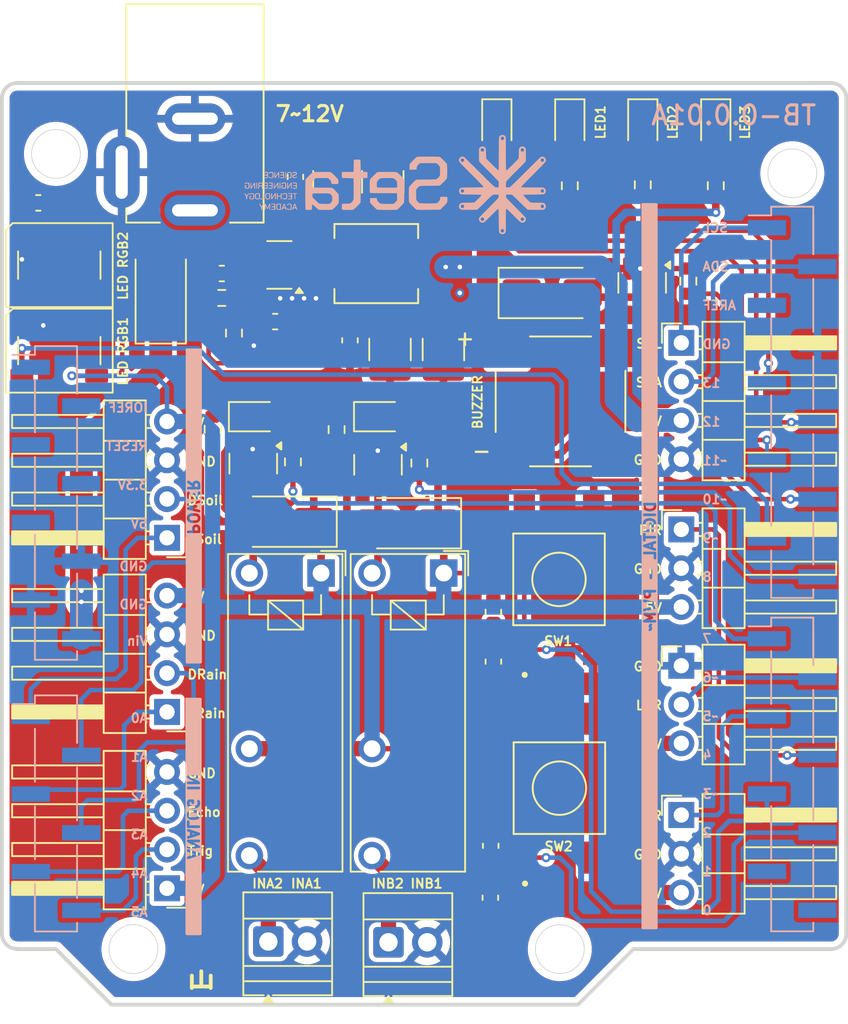
<source format=kicad_pcb>
(kicad_pcb (version 20241229) (generator "pcbnew") (generator_version "9.0")
  (layers (0 "F.Cu" signal) (2 "B.Cu" signal) (13 "F.Paste" user) (15 "B.Paste" user) (5 "F.SilkS" user "F.Silkscreen") (7 "B.SilkS" user "B.Silkscreen") (1 "F.Mask" user) (3 "B.Mask" user) (25 "Edge.Cuts" user))
  (net 0 "")
  (net 1 "GND")
  (net 2 "Net-(D5-A)")
  (net 3 "+5V")
  (net 4 "Net-(D4-A)")
  (net 5 "+12V")
  (net 6 "Net-(U2-SW)")
  (net 7 "Net-(U2-BOOT)")
  (net 8 "/BUTTON_1")
  (net 9 "/BUTTON_2")
  (net 10 "Net-(U2-FB)")
  (net 11 "Net-(D3-K)")
  (net 12 "Net-(D6-K)")
  (net 13 "Net-(D7-K)")
  (net 14 "Net-(D8-A)")
  (net 15 "Net-(D9-A)")
  (net 16 "/LED_PIXEL")
  (net 17 "Net-(D10-DOUT)")
  (net 18 "Net-(D11-A)")
  (net 19 "Net-(D12-A)")
  (net 20 "Net-(D13-A)")
  (net 22 "/LED2")
  (net 23 "/BUZZER")
  (net 24 "/CtrlRelay2")
  (net 25 "/CtrlRelay1")
  (net 26 "/LED3")
  (net 27 "/SCL")
  (net 28 "/SDA")
  (net 29 "/LED1")
  (net 30 "/AREF")
  (net 31 "/OUTIR")
  (net 33 "/OUTLDR")
  (net 35 "/OUTPIR_SR501")
  (net 36 "/IOREF")
  (net 37 "/RESET")
  (net 38 "/~5V")
  (net 40 "/~3.3V")
  (net 41 "/Asoil")
  (net 42 "/Echo")
  (net 43 "/Drain")
  (net 44 "/Dsoil")
  (net 45 "/Arain")
  (net 46 "/Trig")
  (net 47 "VoutRelay1")
  (net 48 "VoutRelay2")
  (net 49 "Net-(Q1-B)")
  (net 50 "Net-(Q2-B)")
  (net 51 "Net-(Q3-B)")
  (footprint "Resistor_SMD:R_0603_1608Metric" (layer "F.Cu") (at 134.275 79.1 -90)
    (property "Reference" "R12" (hide yes))
    (property "Value" "13.7K")
  )
  (footprint "Connector_PinHeader_2.54mm:PinHeader_1x04_P2.54mm_Horizontal" (layer "F.Cu") (at 129.885 115.46 180)
    (property "Reference" "J14" (hide yes))
    (property "Value" "Conn_01x04_Pin")
  )
  (footprint "Capacitor_SMD:C_1210_3225Metric" (layer "F.Cu") (at 140.825 69.2 90)
    (property "Reference" "C5" (hide yes))
    (property "Value" "C" (hide yes))
  )
  (footprint "IHLP2020CZER4R7M01:INDM5451X300N" (layer "F.Cu") (at 143.6 74.55)
    (property "Reference" "L1" (hide yes))
    (property "Value" "IHLP2020CZER4R7M01")
  )
  (footprint "Connector_PinHeader_2.54mm:PinHeader_1x03_P2.54mm_Horizontal" (layer "F.Cu") (at 163.59 91.96)
    (property "Reference" "J9" (hide yes))
    (property "Value" "Conn_01x03_Pin")
  )
  (footprint "Capacitor_SMD:C_1210_3225Metric" (layer "F.Cu") (at 148 80.175 -90)
    (property "Reference" "C16" (hide yes))
    (property "Value" "C")
  )
  (footprint "FSM4JSMATR:SW_4-1437565-2" (layer "F.Cu") (at 155.575 95.229933 90)
    (property "Reference" "SW1" (hide yes))
    (property "Value" "4-1437565-2")
  )
  (footprint "LED_SMD:LED_WS2812B_PLCC4_5.0x5.0mm_P3.2mm" (layer "F.Cu") (at 122.825 80.25 180)
    (property "Reference" "D10" (hide yes))
    (property "Value" "WS2812B")
  )
  (footprint "Capacitor_SMD:C_0603_1608Metric_Pad1.08x0.95mm_HandSolder" (layer "F.Cu") (at 136.975 78.35)
    (property "Reference" "C8" (hide yes))
    (property "Value" "100nF")
  )
  (footprint "Relay_THT:Relay_SPST_Omron_G5NB" (layer "F.Cu") (at 139.9825 94.8175 -90)
    (property "Reference" "K2" (hide yes))
    (property "Value" "G5NB")
  )
  (footprint "Capacitor_SMD:C_0603_1608Metric_Pad1.08x0.95mm_HandSolder" (layer "F.Cu") (at 133.475 75.2)
    (property "Reference" "C14" (hide yes))
    (property "Value" "68pF")
  )
  (footprint "LED_SMD:LED_WS2812B_PLCC4_5.0x5.0mm_P3.2mm" (layer "F.Cu") (at 122.825 74.65 180)
    (property "Reference" "D14" (hide yes))
    (property "Value" "WS2812B")
  )
  (footprint "Capacitor_SMD:C_0603_1608Metric_Pad1.08x0.95mm_HandSolder" (layer "F.Cu") (at 141.875 79.575 -90)
    (property "Reference" "C17" (hide yes))
    (property "Value" "100nF")
  )
  (footprint "Resistor_SMD:R_0603_1608Metric" (layer "F.Cu") (at 161.066667 69.3925 90)
    (property "Reference" "R9" (hide yes))
    (property "Value" "220R")
  )
  (footprint "Capacitor_SMD:C_0603_1608Metric_Pad1.08x0.95mm_HandSolder" (layer "F.Cu") (at 151.275 100.6125 -90)
    (property "Reference" "C9" (hide yes))
    (property "Value" "100nF")
  )
  (footprint "Capacitor_SMD:C_1210_3225Metric" (layer "F.Cu") (at 144.025 69.1975 90)
    (property "Reference" "C13" (hide yes))
    (property "Value" "C")
  )
  (footprint "Package_TO_SOT_SMD:SOT-23" (layer "F.Cu") (at 143.7125 87.725 -90)
    (property "Reference" "Q1" (hide yes))
    (property "Value" "SS8050")
  )
  (footprint "Connector_PinHeader_2.54mm:PinHeader_1x03_P2.54mm_Horizontal" (layer "F.Cu") (at 163.59 100.885)
    (property "Reference" "J8" (hide yes))
    (property "Value" "Conn_01x03_Pin")
  )
  (footprint "TerminalBlock:TerminalBlock_Xinya_XY308-2.54-2P_1x02_P2.54mm_Horizontal" (layer "F.Cu") (at 144.4 118.9925)
    (property "Reference" "J5" (hide yes))
    (property "Value" "Screw_Terminal_01x02")
  )
  (footprint "Resistor_SMD:R_0603_1608Metric" (layer "F.Cu") (at 132.875 85.4 -90)
    (property "Reference" "R5" (hide yes))
    (property "Value" "1K")
  )
  (footprint "Capacitor_SMD:C_0603_1608Metric_Pad1.08x0.95mm_HandSolder" (layer "F.Cu") (at 138.3 68.875 90)
    (property "Reference" "C6" (hide yes))
    (property "Value" "100nF")
  )
  (footprint "TerminalBlock:TerminalBlock_Xinya_XY308-2.54-2P_1x02_P2.54mm_Horizontal" (layer "F.Cu") (at 136.525 118.9425)
    (property "Reference" "J7" (hide yes))
    (property "Value" "Screw_Terminal_01x02")
  )
  (footprint "Diode_SMD:D_SMA" (layer "F.Cu") (at 145.65 91.55 180)
    (property "Reference" "D5" (hide yes))
    (property "Value" "SS34")
  )
  (footprint "Capacitor_SMD:C_0603_1608Metric" (layer "F.Cu") (at 151.1 112.675 -90)
    (property "Reference" "R23" (hide yes))
    (property "Value" "10K")
  )
  (footprint "LED_SMD:LED_0805_2012Metric" (layer "F.Cu") (at 156.283333 65.475 -90)
    (property "Reference" "D11" (hide yes))
    (property "Value" "LED GREEN")
  )
  (footprint "Package_TO_SOT_SMD:SOT-23-6" (layer "F.Cu") (at 137.25 74.6375 180)
    (property "Reference" "U2" (hide yes))
    (property "Value" "TPS54202DDC")
  )
  (footprint "Resistor_SMD:R_0603_1608Metric" (layer "F.Cu") (at 156.283333 69.455 90)
    (property "Reference" "R8" (hide yes))
    (property "Value" "220R")
  )
  (footprint "Package_TO_SOT_SMD:SOT-23" (layer "F.Cu") (at 161.025 75.8125 -90)
    (property "Reference" "Q3" (hide yes))
    (property "Value" "SS8050")
  )
  (footprint "Connector_PinHeader_2.54mm:PinHeader_1x04_P2.54mm_Horizontal" (layer "F.Cu") (at 163.59 79.74)
    (property "Reference" "J10" (hide yes))
    (property "Value" "Conn_01x04_Pin")
  )
  (footprint "Capacitor_SMD:C_0603_1608Metric_Pad1.08x0.95mm_HandSolder" (layer "F.Cu") (at 151.075 116.075 -90)
    (property "Reference" "C10" (hide yes))
    (property "Value" "100nF")
  )
  (footprint "LED_SMD:LED_0805_2012Metric" (layer "F.Cu") (at 161.066667 65.475 -90)
    (property "Reference" "D12" (hide yes))
    (property "Value" "LED YELLOW")
  )
  (footprint "LED_SMD:LED_0805_2012Metric" (layer "F.Cu") (at 135.625 84.575)
    (property "Reference" "D7" (hide yes))
    (property "Value" "LED RED")
  )
  (footprint "Resistor_SMD:R_0603_1608Metric" (layer "F.Cu") (at 151.5 69.5125 90)
    (property "Reference" "R10" (hide yes))
    (property "Value" "220R")
  )
  (footprint "Resistor_SMD:R_0603_1608Metric" (layer "F.Cu") (at 133.475 76.8)
    (property "Reference" "R11" (hide yes))
    (property "Value" "100K")
  )
  (footprint "Capacitor_SMD:C_0603_1608Metric" (layer "F.Cu") (at 151.275 97.35 -90)
    (property "Reference" "R22" (hide yes))
    (property "Value" "10K")
  )
  (footprint "Diode_SMD:D_SMA" (layer "F.Cu") (at 129.475 76.275 90)
    (property "Reference" "D3" (hide yes))
    (property "Value" "SS34")
  )
  (footprint "Connector_PinHeader_2.54mm:PinHeader_1x03_P2.54mm_Horizontal" (layer "F.Cu") (at 163.59 110.66)
    (property "Reference" "J11" (hide yes))
    (property "Value" "Conn_01x03_Pin")
  )
  (footprint "FSM4JSMATR:SW_4-1437565-2" (layer "F.Cu") (at 155.6 108.9 90)
    (property "Reference" "SW2" (hide yes))
    (property "Value" "4-1437565-2")
  )
  (footprint "LED_SMD:LED_0805_2012Metric" (layer "F.Cu") (at 143.825 84.575)
    (property "Reference" "D6" (hide yes))
    (property "Value" "LED RED")
  )
  (footprint "LED_SMD:LED_0805_2012Metric" (layer "F.Cu") (at 165.85 65.475 -90)
    (property "Reference" "D4" (hide yes))
    (property "Value" "LED GREEN")
  )
  (footprint "Diode_SMD:D_SMA" (layer "F.Cu") (at 137.5 91.45 180)
    (property "Reference" "D8" (hide yes))
    (property "Value" "SS34")
  )
  (footprint "Capacitor_SMD:C_1210_3225Metric" (layer "F.Cu") (at 144.5 80.175 -90)
    (property "Reference" "C15" (hide yes))
    (property "Value" "C")
  )
  (footprint "Resistor_SMD:R_0603_1608Metric" (layer "F.Cu") (at 138.1375 87.5375 90)
    (property "Reference" "R6" (hide yes))
    (property "Value" "470R")
  )
  (footprint "Diode_SMD:D_SMA" (layer "F.Cu") (at 155.125 76.475)
    (property "Reference" "D9" (hide yes))
    (property "Value" "SS34")
  )
  (footprint "Relay_THT:Relay_SPST_Omron_G5NB" (layer "F.Cu") (at 148.0225 94.8175 -90)
    (property "Reference" "K1" (hide yes))
    (property "Value" "G5NB")
  )
  (footprint "Connector_PinHeader_2.54mm:PinHeader_1x04_P2.54mm_Horizontal" (layer "F.Cu") (at 129.885 92.51 180)
    (property "Reference" "J12" (hide yes))
    (property "Value" "Conn_01x04_Pin")
  )
  (footprint "Resistor_SMD:R_0603_1608Metric" (layer "F.Cu") (at 146.4225 87.6125 90)
    (property "Reference" "R3" (hide yes))
    (property "Value" "470R")
  )
  (footprint "CMT-8530S-SMT:CUI_CMT-8530S-SMT" (layer "F.Cu") (at 155.675 83.575 180)
    (property "Reference" "LS1" (hide yes))
    (property "Value" "CMT-8530S-SMT")
  )
  (footprint "LED_SMD:LED_0805_2012Metric" (layer "F.Cu") (at 151.5 65.475 -90)
    (property "Reference" "D13" (hide yes))
    (property "Value" "LED RED")
  )
  (footprint "DC-005:NINIGI_DC-005" (layer "F.Cu") (at 131.715 68.565 -90)
    (property "Reference" "J6" (hide yes))
    (property "Value" "DC-005")
  )
  (footprint "Resistor_SMD:R_0603_1608Metric" (layer "F.Cu") (at 141 85.425 -90)
    (property "Reference" "R4" (hide yes))
    (property "Value" "1K")
  )
  (footprint "Capacitor_SMD:C_0603_1608Metric_Pad1.08x0.95mm_HandSolder" (layer "F.Cu") (at 121.45 70.575)
    (property "Reference" "C12" (hide yes))
    (property "Value" "100nF")
  )
  (footprint "Connector_PinHeader_2.54mm:PinHeader_1x04_P2.54mm_Horizontal" (layer "F.Cu") (at 129.885 103.91 180)
    (property "Reference" "J13" (hide yes))
    (property "Value" "Conn_01x04_Pin")
  )
  (footprint "Resistor_SMD:R_0603_1608Metric" (layer "F.Cu") (at 164.0525 75.7 90)
    (property "Reference" "R7" (hide yes))
    (property "Value" "470R")
  )
  (footprint "Package_TO_SOT_SMD:SOT-23" (layer "F.Cu") (at 135.5375 87.65 -90)
    (property "Reference" "Q2" (hide yes))
    (property "Value" "SS8050")
  )
  (footprint "Resistor_SMD:R_0603_1608Metric" (layer "F.Cu") (at 165.85 69.45 90)
    (property "Reference" "R2" (hide yes))
    (property "Value" "1K")
  )
  (footprint "LOGO:LOGO_trungtam" (layer "B.Cu") (at 144.825 69.375 180)
    (property "Reference" "G***" (hide yes))
    (property "Value" "LOGO" (hide yes))
  )
  (footprint "Connector_PinHeader_2.54mm:PinHeader_1x06_P2.54mm_Vertical_SMD_Pin1Right" (layer "B.Cu") (at 122.61 110.555 180)
    (property "Reference" "J4" (hide yes))
    (property "Value" "Analog")
  )
  (footprint "Connector_PinHeader_2.54mm:PinHeader_1x10_P2.54mm_Vertical_SMD_Pin1Right" (layer "B.Cu") (at 170.86 83.635 180)
    (property "Reference" "J1" (hide yes))
    (property "Value" "Digital")
  )
  (footprint "Connector_PinHeader_2.54mm:PinHeader_1x08_P2.54mm_Vertical_SMD_Pin1Right" (layer "B.Cu") (at 122.61 90.225 180)
    (property "Reference" "J3" (hide yes))
    (property "Value" "Power")
  )
  (footprint "Connector_PinHeader_2.54mm:PinHeader_1x08_P2.54mm_Vertical_SMD_Pin1Right" (layer "B.Cu") (at 170.86 108.005 180)
    (property "Reference" "J2" (hide yes))
    (property "Value" "Digital")
  )
  (gr_rect (start 161.08 70.69) (end 161.94 90.1) (stroke (width 0.2)) (fill yes) (layer "B.SilkS"))
  (gr_rect (start 131.21 80.21) (end 132.07 88.63) (stroke (width 0.2)) (fill yes) (layer "B.SilkS"))
  (gr_rect (start 161.08 98.74) (end 161.94 118.04) (stroke (width 0.2)) (fill yes) (layer "B.SilkS"))
  (gr_rect (start 131.21 92.3) (end 132.07 100.64) (stroke (width 0.2)) (fill yes) (layer "B.SilkS"))
  (gr_rect (start 131.195 103.08) (end 132.055 107.96) (stroke (width 0.2)) (fill yes) (layer "B.SilkS"))
  (gr_rect (start 131.195 113.66) (end 132.055 118.43) (stroke (width 0.2)) (fill yes) (layer "B.SilkS"))
  (gr_arc (start 174.406933 118.438499) (mid 174.11404 119.145606) (end 173.406933 119.438499) (stroke (width 0.254)) (layer "Edge.Cuts"))
  (gr_line (start 122.606933 119.438499) (end 126.246516 123.078082) (stroke (width 0.254)) (layer "Edge.Cuts"))
  (gr_arc (start 119.066933 63.725) (mid 119.359826 63.017893) (end 120.066933 62.725) (stroke (width 0.254)) (layer "Edge.Cuts"))
  (gr_line (start 160.452933 119.438499) (end 156.81335 123.078082) (stroke (width 0.254)) (layer "Edge.Cuts"))
  (gr_line (start 172.406933 62.725) (end 173.406933 62.725) (stroke (width 0.254)) (layer "Edge.Cuts"))
  (gr_line (start 172.406933 62.725) (end 120.066933 62.725) (stroke (width 0.254)) (layer "Edge.Cuts"))
  (gr_line (start 156.81335 123.078082) (end 126.246516 123.078082) (stroke (width 0.254)) (layer "Edge.Cuts"))
  (gr_line (start 174.406932 118.438499) (end 174.406933 63.725) (stroke (width 0.254)) (layer "Edge.Cuts"))
  (gr_line (start 119.066933 63.725) (end 119.066933 118.430501) (stroke (width 0.254)) (layer "Edge.Cuts"))
  (gr_arc (start 173.406933 62.725) (mid 174.11404 63.017893) (end 174.406933 63.725) (stroke (width 0.254)) (layer "Edge.Cuts"))
  (gr_arc (start 120.066933 119.430501) (mid 119.359828 119.137606) (end 119.066933 118.430501) (stroke (width 0.254)) (layer "Edge.Cuts"))
  (gr_circle (center 155.626933 119.438499) (end 155.626933 121.038499) (stroke (width 0.05)) (fill no) (layer "Edge.Cuts"))
  (gr_circle (center 127.686933 119.438499) (end 127.686933 121.038499) (stroke (width 0.05)) (fill no) (layer "Edge.Cuts"))
  (gr_circle (center 170.866933 68.638499) (end 170.866933 70.238499) (stroke (width 0.05)) (fill no) (layer "Edge.Cuts"))
  (gr_circle (center 122.606933 67.368499) (end 122.606933 68.968499) (stroke (width 0.05)) (fill no) (layer "Edge.Cuts"))
  (gr_line (start 173.398654 119.438499) (end 160.452933 119.438499) (stroke (width 0.254)) (layer "Edge.Cuts"))
  (gr_line (start 122.606933 119.438499) (end 120.066933 119.438499) (stroke (width 0.254)) (layer "Edge.Cuts"))
  (gr_text "INB2" (at 143.229643 115.5 0) (layer "F.SilkS") (effects (font (size 0.6 0.6) (thickness 0.125) (bold yes)) (justify left bottom)))
  (gr_text "GND" (at 160.398572 113.604625 0) (layer "F.SilkS") (effects (font (size 0.6 0.6) (thickness 0.125) (bold yes)) (justify left bottom)))
  (gr_text "5V" (at 161.141428 85.224625 0) (layer "F.SilkS") (effects (font (size 0.6 0.6) (thickness 0.125) (bold yes)) (justify left bottom)))
  (gr_text "ASoil" (at 131.16 92.95 0) (layer "F.SilkS") (effects (font (size 0.6 0.6) (thickness 0.125) (bold yes)) (justify left bottom)))
  (gr_text "5V\n" (at 161.141428 106.369625 0) (layer "F.SilkS") (effects (font (size 0.6 0.6) (thickness 0.125) (bold yes)) (justify left bottom)))
  (gr_text "INA2" (at 135.3975 115.5 0) (layer "F.SilkS") (effects (font (size 0.6 0.6) (thickness 0.125) (bold yes)) (justify left bottom)))
  (gr_text "INB1" (at 145.769643 115.5 0) (layer "F.SilkS") (effects (font (size 0.6 0.6) (thickness 0.125) (bold yes)) (justify left bottom)))
  (gr_text "BUZZER" (at 150.59 85.459643 90) (layer "F.SilkS") (effects (font (size 0.6 0.6) (thickness 0.125) (bold yes)) (justify left bottom)))
  (gr_text "PIR" (at 160.741429 92.364625 0) (layer "F.SilkS") (effects (font (size 0.6 0.6) (thickness 0.125) (bold yes)) (justify left bottom)))
  (gr_text "ARain" (at 131.16 104.35 0) (layer "F.SilkS") (effects (font (size 0.6 0.6) (thickness 0.125) (bold yes)) (justify left bottom)))
  (gr_text "DSoil" (at 131.16 90.41 0) (layer "F.SilkS") (effects (font (size 0.6 0.6) (thickness 0.125) (bold yes)) (justify left bottom)))
  (gr_text "LED1" (at 158.65 66.48 90) (layer "F.SilkS") (effects (font (size 0.6 0.6) (thickness 0.125) (bold yes)) (justify left bottom)))
  (gr_text "IR" (at 161.341429 111.064625 0) (layer "F.SilkS") (effects (font (size 0.6 0.6) (thickness 0.125) (bold yes)) (justify left bottom)))
  (gr_text "SDA" (at 160.541428 82.684625 0) (layer "F.SilkS") (effects (font (size 0.6 0.6) (thickness 0.125) (bold yes)) (justify left bottom)))
  (gr_text "5V" (at 131.16 85.33 0) (layer "F.SilkS") (effects (font (size 0.6 0.6) (thickness 0.125) (bold yes)) (justify left bottom)))
  (gr_text "GND" (at 131.16 108.28 0) (layer "F.SilkS") (effects (font (size 0.6 0.6) (thickness 0.125) (bold yes)) (justify left bottom)))
  (gr_text "GND" (at 131.16 99.27 0) (layer "F.SilkS") (effects (font (size 0.6 0.6) (thickness 0.125) (bold yes)) (justify left bottom)))
  (gr_text "5V" (at 161.141428 97.444625 0) (layer "F.SilkS") (effects (font (size 0.6 0.6) (thickness 0.125) (bold yes)) (justify left bottom)))
  (gr_text "GND" (at 160.398572 101.289625 0) (layer "F.SilkS") (effects (font (size 0.6 0.6) (thickness 0.125) (bold yes)) (justify left bottom)))
  (gr_text "LED3" (at 168.12 66.48 90) (layer "F.SilkS") (effects (font (size 0.6 0.6) (thickness 0.125) (bold yes)) (justify left bottom)))
  (gr_text "山" (at 133.01 122.12 0) (layer "F.SilkS") (effects (font (size 1 1) (thickness 0.25) (bold yes)) (justify left bottom mirror)))
  (gr_text "SCL" (at 160.57 80.144625 0) (layer "F.SilkS") (effects (font (size 0.6 0.6) (thickness 0.125) (bold yes)) (justify left bottom)))
  (gr_text "GND" (at 160.398572 94.904625 0) (layer "F.SilkS") (effects (font (size 0.6 0.6) (thickness 0.125) (bold yes)) (justify left bottom)))
  (gr_text "GND" (at 160.398572 87.764625 0) (layer "F.SilkS") (effects (font (size 0.6 0.6) (thickness 0.125) (bold yes)) (justify left bottom)))
  (gr_text "LDR" (at 160.541429 103.829625 0) (layer "F.SilkS") (effects (font (size 0.6 0.6) (thickness 0.125) (bold yes)) (justify left bottom)))
  (gr_text "SW1" (at 154.533214 99.62 0) (layer "F.SilkS") (effects (font (size 0.6 0.6) (thickness 0.125) (bold yes)) (justify left bottom)))
  (gr_text "Trig" (at 131.16 113.36 0) (layer "F.SilkS") (effects (font (size 0.6 0.6) (thickness 0.125) (bold yes)) (justify left bottom)))
  (gr_text "GND" (at 131.16 87.87 0) (layer "F.SilkS") (effects (font (size 0.6 0.6) (thickness 0.125) (bold yes)) (justify left bottom)))
  (gr_text "LED2" (at 163.385 66.48 90) (layer "F.SilkS") (effects (font (size 0.6 0.6) (thickness 0.125) (bold yes)) (justify left bottom)))
  (gr_text "INA1" (at 137.9375 115.5 0) (layer "F.SilkS") (effects (font (size 0.6 0.6) (thickness 0.125) (bold yes)) (justify left bottom)))
  (gr_text "Echo" (at 131.16 110.82 0) (layer "F.SilkS") (effects (font (size 0.6 0.6) (thickness 0.125) (bold yes)) (justify left bottom)))
  (gr_text "SW2" (at 154.558214 113.07 0) (layer "F.SilkS") (effects (font (size 0.6 0.6) (thickness 0.125) (bold yes)) (justify left bottom)))
  (gr_text "LED RGB1" (at 127.35 82.606072 90) (layer "F.SilkS") (effects (font (size 0.6 0.6) (thickness 0.125) (bold yes)) (justify left bottom)))
  (gr_text "5V" (at 131.16 115.9 0) (layer "F.SilkS") (effects (font (size 0.6 0.6) (thickness 0.125) (bold yes)) (justify left bottom)))
  (gr_text "5V" (at 161.141428 116.144625 0) (layer "F.SilkS") (effects (font (size 0.6 0.6) (thickness 0.125) (bold yes)) (justify left bottom)))
  (gr_text "5V\n" (at 131.16 96.73 0) (layer "F.SilkS") (effects (font (size 0.6 0.6) (thickness 0.125) (bold yes)) (justify left bottom)))
  (gr_text "7~12V\n" (at 136.89 65.33 0) (layer "F.SilkS") (effects (font (size 1 1) (thickness 0.2)) (justify left bottom)))
  (gr_text "LED RGB2" (at 127.35 77.006072 90) (layer "F.SilkS") (effects (font (size 0.6 0.6) (thickness 0.125) (bold yes)) (justify left bottom)))
  (gr_text "DRain" (at 131.16 101.81 0) (layer "F.SilkS") (effects (font (size 0.6 0.6) (thickness 0.125) (bold yes)) (justify left bottom)))
  (gr_text "POWER" (at 131.19 92.400833 270) (layer "B.SilkS" knockout) (effects (font (size 0.7 0.7) (thickness 0.175) (bold yes)) (justify left bottom mirror)))
  (gr_text "SCL\n" (at 166.731428 72.56 -0) (layer "B.SilkS") (effects (font (size 0.6 0.6) (thickness 0.125) (bold yes)) (justify left bottom mirror)))
  (gr_text "RESET" (at 128.69 86.845 0) (layer "B.SilkS") (effects (font (size 0.6 0.6) (thickness 0.125) (bold yes)) (justify left bottom mirror)))
  (gr_text "3.3V" (at 128.69 89.405 0) (layer "B.SilkS") (effects (font (size 0.6 0.6) (thickness 0.125) (bold yes)) (justify left bottom mirror)))
  (gr_text "A4" (at 128.69 114.824625 0) (layer "B.SilkS") (effects (font (size 0.6 0.6) (thickness 0.125) (bold yes)) (justify left bottom mirror)))
  (gr_text "Vin" (at 128.69 99.615 0) (layer "B.SilkS") (effects (font (size 0.6 0.6) (thickness 0.125) (bold yes)) (justify left bottom mirror)))
  (gr_text "2" (at 165.645714 112.17 -0) (layer "B.SilkS") (effects (font (size 0.6 0.6) (thickness 0.125) (bold yes)) (justify left bottom mirror)))
  (gr_text "~5" (at 166.074285 104.55 -0) (layer "B.SilkS") (effects (font (size 0.6 0.6) (thickness 0.125) (bold yes)) (justify left bottom mirror)))
  (gr_text "A5" (at 128.69 117.364625 0) (layer "B.SilkS") (effects (font (size 0.6 0.6) (thickness 0.125) (bold yes)) (justify left bottom mirror)))
  (gr_text "8" (at 165.645714 95.42 -0) (layer "B.SilkS") (effects (font (size 0.6 0.6) (thickness 0.125) (bold yes)) (justify left bottom mirror)))
  (gr_text "IOREF " (at 128.69 84.334625 0) (layer "B.SilkS") (effects (font (size 0.6 0.6) (thickness 0.125) (bold yes)) (justify left bottom mirror)))
  (gr_text "DIGITAL - PWM~" (at 161.958572 90.02 90) (layer "B.SilkS" knockout) (effects (font (size 0.7 0.7) (thickness 0.175) (bold yes)) (justify left bottom mirror)))
  (gr_text "~9" (at 166.074285 92.88 -0) (layer "B.SilkS") (effects (font (size 0.6 0.6) (thickness 0.125) (bold yes)) (justify left bottom mirror)))
  (gr_text "GND" (at 128.69 97.225 0) (layer "B.SilkS") (effects (font (size 0.6 0.6) (thickness 0.125) (bold yes)) (justify left bottom mirror)))
  (gr_text "A3" (at 128.69 112.284625 0) (layer "B.SilkS") (effects (font (size 0.6 0.6) (thickness 0.125) (bold yes)) (justify left bottom mirror)))
  (gr_text "13" (at 166.217143 82.72 -0) (layer "B.SilkS") (effects (font (size 0.6 0.6) (thickness 0.125) (bold yes)) (justify left bottom mirror)))
  (gr_text "~6" (at 166.074285 102.01 -0) (layer "B.SilkS") (effects (font (size 0.6 0.6) (thickness 0.125) (bold yes)) (justify left bottom mirror)))
  (gr_text "GND" (at 166.902856 80.18 -0) (layer "B.SilkS") (effects (font (size 0.6 0.6) (thickness 0.125) (bold yes)) (justify left bottom mirror)))
  (gr_text "AREF" (at 167.245714 77.64 -0) (layer "B.SilkS") (effects (font (size 0.6 0.6) (thickness 0.125) (bold yes)) (justify left bottom mirror)))
  (gr_text "~10" (at 166.645714 90.34 -0) (layer "B.SilkS") (effects (font (size 0.6 0.6) (thickness 0.125) (bold yes)) (justify left bottom mirror)))
  (gr_text "GND" (at 128.69 94.725 0) (layer "B.SilkS") (effects (font (size 0.6 0.6) (thickness 0.125) (bold yes)) (justify left bottom mirror)))
  (gr_text "A0" (at 128.69 104.664625 0) (layer "B.SilkS") (effects (font (size 0.6 0.6) (thickness 0.125) (bold yes)) (justify left bottom mirror)))
  (gr_text "~3\n" (at 166.074285 109.63 -0) (layer "B.SilkS") (effects (font (size 0.6 0.6) (thickness 0.125) (bold yes)) (justify left bottom mirror)))
  (gr_text "~11" (at 166.645714 87.8 -0) (layer "B.SilkS") (effects (font (size 0.6 0.6) (thickness 0.125) (bold yes)) (justify left bottom mirror)))
  (gr_text "1" (at 165.645714 114.71 0) (layer "B.SilkS") (effects (font (size 0.6 0.6) (thickness 0.125) (bold yes)) (justify left bottom mirror)))
  (gr_text "5V" (at 128.69 91.945 0) (layer "B.SilkS") (effects (font (size 0.6 0.6) (thickness 0.125) (bold yes)) (justify left bottom mirror)))
  (gr_text "TB-0.0.01A\n" (at 172.54 65.57 0) (layer "B.SilkS") (effects (font (size 1.25 1.25) (thickness 0.2)) (justify left bottom mirror)))
  (gr_text "7" (at 165.645714 99.47 -0) (layer "B.SilkS") (effects (font (size 0.6 0.6) (thickness 0.125) (bold yes)) (justify left bottom mirror)))
  (gr_text "SDA" (at 166.76 75.1 -0) (layer "B.SilkS") (effects (font (size 0.6 0.6) (thickness 0.125) (bold yes)) (justify left bottom mirror)))
  (gr_text "A2" (at 128.69 109.744625 0) (layer "B.SilkS") (effects (font (size 0.6 0.6) (thickness 0.125) (bold yes)) (justify left bottom mirror)))
  (gr_text "ANALOG IN" (at 131.178875 113.639166 270) (layer "B.SilkS" knockout) (effects (font (size 0.7 0.7) (thickness 0.175) (bold yes)) (justify left bottom mirror)))
  (gr_text "12" (at 166.217143 85.26 -0) (layer "B.SilkS") (effects (font (size 0.6 0.6) (thickness 0.125) (bold yes)) (justify left bottom mirror)))
  (gr_text "0" (at 165.645714 117.25 0) (layer "B.SilkS") (effects (font (size 0.6 0.6) (thickness 0.125) (bold yes)) (justify left bottom mirror)))
  (gr_text "4" (at 165.645714 107.09 -0) (layer "B.SilkS") (effects (font (size 0.6 0.6) (thickness 0.125) (bold yes)) (justify left bottom mirror)))
  (gr_text "A1" (at 128.69 107.204625 0) (layer "B.SilkS") (effects (font (size 0.6 0.6) (thickness 0.125) (bold yes)) (justify left bottom mirror)))
  (segment (start 135.4875 86.7125) (end 135.5 86.7) (width 0.3) (layer "F.Cu") (net 1))
  (segment (start 160.075 74.875) (end 160.9 74.875) (width 0.3) (layer "F.Cu") (net 1))
  (segment (start 142.7625 86.7875) (end 143.6875 86.7875) (width 0.3) (layer "F.Cu") (net 1))
  (segment (start 134.275 79.925) (end 135.575 79.925) (width 0.5) (layer "F.Cu") (net 1))
  (segment (start 120.5875 72.7875) (end 120.375 73) (width 0.3) (layer "F.Cu") (net 1))
  (segment (start 120.5875 70.575) (end 120.5875 72.7875) (width 0.3) (layer "F.Cu") (net 1))
  (segment (start 134.5875 86.7125) (end 135.4875 86.7125) (width 0.3) (layer "F.Cu") (net 1))
  (segment (start 120.375 78.6) (end 121.775 78.6) (width 0.3) (layer "F.Cu") (net 1))
  (segment (start 120.375 73) (end 120.375 74.275) (width 0.3) (layer "F.Cu") (net 1))
  (via (at 160.9 74.875) (size 0.6) (drill 0.3) (layers "F.Cu" "B.Cu") (net 1))
  (via (at 135.575 79.925) (size 0.6) (drill 0.3) (layers "F.Cu" "B.Cu") (net 1))
  (via (at 121.775 78.6) (size 0.6) (drill 0.3) (layers "F.Cu" "B.Cu") (net 1))
  (via (at 139.65 76.825) (size 0.6) (drill 0.3) (layers "F.Cu" "B.Cu") (net 1))
  (via (at 120.375 74.275) (size 0.6) (drill 0.3) (layers "F.Cu" "B.Cu") (net 1))
  (via (at 138.083333 76.825) (size 0.6) (drill 0.3) (layers "F.Cu" "B.Cu") (net 1))
  (via (at 143.7 86.8) (size 0.6) (drill 0.3) (layers "F.Cu" "B.Cu") (net 1))
  (via (at 138.866667 76.825) (size 0.6) (drill 0.3) (layers "F.Cu" "B.Cu") (net 1))
  (via (at 137.3 76.825) (size 0.6) (drill 0.3) (layers "F.Cu" "B.Cu") (net 1))
  (via (at 135.5 86.7) (size 0.6) (drill 0.3) (layers "F.Cu" "B.Cu") (net 1))
  (segment (start 141 86.25) (end 141.675 86.925) (width 0.5) (layer "F.Cu") (net 2))
  (segment (start 143.7125 88.6625) (end 143.7125 94.4275) (width 0.5) (layer "F.Cu") (net 2))
  (segment (start 143.65 91.55) (end 142.225 91.55) (width 0.5) (layer "F.Cu") (net 2))
  (segment (start 142.225 91.55) (end 141.675 91) (width 0.5) (layer "F.Cu") (net 2))
  (segment (start 143.7125 94.4275) (end 143.3225 94.8175) (width 0.5) (layer "F.Cu") (net 2))
  (segment (start 141.675 86.925) (end 141.675 91) (width 0.5) (layer "F.Cu") (net 2))
  (segment (start 135.2825 106.3175) (end 143.3225 106.3175) (width 1) (layer "F.Cu") (net 3))
  (segment (start 122.775 74.275) (end 124.675 74.275) (width 0.3) (layer "F.Cu") (net 3))
  (segment (start 125.275 81.9) (end 123.65 81.9) (width 0.3) (layer "F.Cu") (net 3))
  (segment (start 163.59 105.965) (end 161.685 105.965) (width 1) (layer "F.Cu") (net 3))
  (segment (start 126.95 76.625) (end 126.625 76.3) (width 0.3) (layer "F.Cu") (net 3))
  (segment (start 132.6125 80.6375) (end 133.05 81.075) (width 0.3) (layer "F.Cu") (net 3))
  (segment (start 147.65 91.55) (end 147.65 85.5) (width 0.5) (layer "F.Cu") (net 3))
  (segment (start 153.125 79.125) (end 152.175 80.075) (width 0.5) (layer "F.Cu") (net 3))
  (segment (start 122.3125 73.8125) (end 122.775 74.275) (width 0.3) (layer "F.Cu") (net 3))
  (segment (start 132.6125 75.2) (end 132.6125 80.6375) (width 0.3) (layer "F.Cu") (net 3))
  (segment (start 126.625 81.9) (end 126.95 81.575) (width 0.3) (layer "F.Cu") (net 3))
  (segment (start 161.855 84.82) (end 161.625 85.05) (width 1) (layer "F.Cu") (net 3))
  (segment (start 153.125 76.475) (end 153.125 79.125) (width 0.5) (layer "F.Cu") (net 3))
  (segment (start 153.125 76.475) (end 149.075 76.475) (width 0.5) (layer "F.Cu") (net 3))
  (segment (start 148.0225 94.8175) (end 148.0225 91.9225) (width 0.5) (layer "F.Cu") (net 3))
  (segment (start 139.875 81.075) (end 140.2 80.75) (width 0.3) (layer "F.Cu") (net 3))
  (segment (start 162.16 97.04) (end 163.59 97.04) (width 1) (layer "F.Cu") (net 3))
  (segment (start 124.675 74.275) (end 125.275 74.875) (width 0.3) (layer "F.Cu") (net 3))
  (segment (start 147.65 85.5) (end 146.725 84.575) (width 0.5) (layer "F.Cu") (net 3))
  (segment (start 148.0225 91.9225) (end 147.65 91.55) (width 0.5) (layer "F.Cu") (net 3))
  (segment (start 140.2 80.75) (end 140.2 79.025) (width 0.3) (layer "F.Cu") (net 3))
  (segment (start 126.625 76.3) (end 125.275 76.3) (width 0.3) (layer "F.Cu") (net 3))
  (segment (start 148.0225 94.8175) (end 150.7175 94.8175) (width 0.3) (layer "F.Cu") (net 3))
  (segment (start 140.2 79.025) (end 140.5125 78.7125) (width 0.3) (layer "F.Cu") (net 3))
  (segment (start 161.625 106.025) (end 161.625 115.1) (width 1) (layer "F.Cu") (net 3))
  (segment (start 139.9825 94.8175) (end 139.9825 91.9325) (width 0.5) (layer "F.Cu") (net 3))
  (segment (start 126.95 81.575) (end 126.95 76.625) (width 0.3) (layer "F.Cu") (net 3))
  (segment (start 151.1 107.15) (end 150.2675 106.3175) (width 0.35) (layer "F.Cu") (net 3))
  (segment (start 133.05 81.075) (end 139.875 81.075) (width 0.3) (layer "F.Cu") (net 3))
  (segment (start 163.59 84.82) (end 161.855 84.82) (width 1) (layer "F.Cu") (net 3))
  (segment (start 161.625 97.05) (end 161.625 106.025) (width 1) (layer "F.Cu") (net 3))
  (segment (start 151.275 95.375) (end 151.275 96.575) (width 0.3) (layer "F.Cu") (net 3))
  (segment (start 122.3125 70.575) (end 122.3125 73.8125) (width 0.3) (layer "F.Cu") (net 3))
  (segment (start 151.1 111.9) (end 151.1 107.15) (width 0.35) (layer "F.Cu") (net 3))
  (segment (start 146.725 84.575) (end 144.7625 84.575) (width 0.5) (layer "F.Cu") (net 3))
  (segment (start 161.625 97.05) (end 162.15 97.05) (width 1) (layer "F.Cu") (net 3))
  (segment (start 162.265 115.74) (end 163.59 115.74) (width 1) (layer "F.Cu") (net 3))
  (segment (start 144.4875 78.7125) (end 144.5 78.7) (width 0.5) (layer "F.Cu") (net 3))
  (segment (start 139.9825 91.9325) (end 139.5 91.45) (width 0.5) (layer "F.Cu") (net 3))
  (segment (start 141.875 78.7125) (end 144.4875 78.7125) (width 0.5) (layer "F.Cu") (net 3))
  (segment (start 125.275 81.9) (end 126.625 81.9) (width 0.3) (layer "F.Cu") (net 3))
  (segment (start 161.625 115.1) (end 162.265 115.74) (width 1) (layer "F.Cu") (net 3))
  (segment (start 165.85 70.275) (end 165.85 71.2) (width 0.5) (layer "F.Cu") (net 3))
  (segment (start 139.5 91.45) (end 139.5 85.1) (width 0.5) (layer "F.Cu") (net 3))
  (segment (start 162.15 97.05) (end 162.16 97.04) (width 1) (layer "F.Cu") (net 3))
  (segment (start 150.2675 106.3175) (end 143.3225 106.3175) (width 0.35) (layer "F.Cu") (net 3))
  (segment (start 150.7175 94.8175) (end 151.275 95.375) (width 0.3) (layer "F.Cu") (net 3))
  (segment (start 161.685 105.965) (end 161.625 106.025) (width 1) (layer "F.Cu") (net 3))
  (segment (start 138.975 84.575) (end 136.5625 84.575) (width 0.5) (layer "F.Cu") (net 3))
  (segment (start 161.625 85.05) (end 161.625 97.05) (width 1) (layer "F.Cu") (net 3))
  (segment (start 125.275 74.875) (end 125.275 76.3) (width 0.3) (layer "F.Cu") (net 3))
  (segment (start 140.5125 78.7125) (end 141.875 78.7125) (width 0.3) (layer "F.Cu") (net 3))
  (segment (start 139.5 85.1) (end 138.975 84.575) (width 0.5) (layer "F.Cu") (net 3))
  (via (at 148.15 74.775) (size 0.6) (drill 0.3) (layers "F.Cu" "B.Cu") (net 3))
  (via (at 123.65 81.9) (size 0.6) (drill 0.3) (layers "F.Cu" "B.Cu") (net 3))
  (via (at 165.85 71.2) (size 0.6) (drill 0.3) (layers "F.Cu" "B.Cu") (net 3))
  (via (at 149.075 74.775) (size 0.6) (drill 0.3) (layers "F.Cu" "B.Cu") (net 3))
  (via (at 149.075 76.475) (size 0.6) (drill 0.3) (layers "F.Cu" "B.Cu") (net 3))
  (segment (start 159.95 71.2) (end 165.85 71.2) (width 0.5) (layer "B.Cu") (net 3))
  (segment (start 129.885 82.66) (end 129.885 84.89) (width 0.3) (layer "B.Cu") (net 3))
  (segment (start 159.325 77.475) (end 159.325 71.825) (width 0.5) (layer "B.Cu") (net 3))
  (segment (start 159.325 75.85) (end 158.25 74.775) (width 1.5) (layer "B.Cu") (net 3))
  (segment (start 132.875 96.3) (end 132.875 85.575) (width 1) (layer "B.Cu") (net 3))
  (segment (start 159.325 71.825) (end 159.95 71.2) (width 0.5) (layer "B.Cu") (net 3))
  (segment (start 132.09 96.29) (end 129.885 96.29) (width 1) (layer "B.Cu") (net 3))
  (segment (start 140.59 97.04) (end 139.9825 96.4325) (width 1) (layer "B.Cu") (net 3))
  (segment (start 159.325 77.475) (end 159.325 75.85) (width 1.5) (layer "B.Cu") (net 3))
  (segment (start 132.875 96.3) (end 132.1 96.3) (width 1) (layer "B.Cu") (net 3))
  (segment (start 139.9825 96.4325) (end 139.9825 94.8175) (width 1) (layer "B.Cu") (net 3))
  (segment (start 163.59 84.82) (end 160.67 84.82) (width 1.5) (layer "B.Cu") (net 3))
  (segment (start 132.875 114.5) (end 132.875 97) (width 1) (layer "B.Cu") (net 3))
  (segment (start 159.5 97.04) (end 148.025 97.04) (width 1) (layer "B.Cu") (net 3))
  (segment (start 159.325 83.475) (end 159.325 77.475) (width 1.5) (layer "B.Cu") (net 3))
  (segment (start 123.65 81.9) (end 129.125 81.9) (width 0.3) (layer "B.Cu") (net 3))
  (segment (start 148.025 97.04) (end 143.7 97.04) (width 1) (layer "B.Cu") (net 3))
  (segment (start 143.225 97.04) (end 132.915 97.04) (width 1) (layer "B.Cu") (net 3))
  (segment (start 131.915 115.46) (end 132.875 114.5) (width 1) (layer "B.Cu") (net 3))
  (segment (start 163.59 97.04) (end 159.5 97.04) (width 1) (layer "B.Cu") (net 3))
  (segment (start 132.915 97.04) (end 132.875 97) (width 1) (layer "B.Cu") (net 3))
  (segment (start 143.225 97.04) (end 143.3225 97.1375) (width 1) (layer "B.Cu") (net 3))
  (segment (start 132.875 97) (end 132.875 96.3) (width 1) (layer "B.Cu") (net 3))
  (segment (start 158.25 74.775) (end 148.15 74.775) (width 1.5) (layer "B.Cu") (net 3))
  (segment (start 143.7 97.04) (end 140.59 97.04) (width 1) (layer "B.Cu") (net 3))
  (segment (start 132.1 96.3) (end 132.09 96.29) (width 1) (layer "B.Cu") (net 3))
  (segment (start 148.025 97.04) (end 148.0225 97.0375) (width 1) (layer "B.Cu") (net 3))
  (segment (start 143.3225 97.1375) (end 143.3225 106.3175) (width 1) (layer "B.Cu") (net 3))
  (segment (start 132.875 85.575) (end 132.19 84.89) (width 1) (layer "B.Cu") (net 3))
  (segment (start 129.125 81.9) (end 129.885 82.66) (width 0.3) (layer "B.Cu") (net 3))
  (segment (start 132.19 84.89) (end 129.885 84.89) (width 1) (layer "B.Cu") (net 3))
  (segment (start 160.67 84.82) (end 159.325 83.475) (width 1.5) (layer "B.Cu") (net 3))
  (segment (start 129.885 115.46) (end 131.915 115.46) (width 1) (layer "B.Cu") (net 3))
  (segment (start 148.0225 97.0375) (end 148.0225 94.8175) (width 1) (layer "B.Cu") (net 3))
  (segment (start 165.85 68.625) (end 165.85 66.4125) (width 0.25) (layer "F.Cu") (net 4))
  (segment (start 129.475 74.275) (end 129.475 73.305) (width 1) (layer "F.Cu") (net 5))
  (segment (start 131.715 71.065) (end 132.6275 71.9775) (width 0.3) (layer "F.Cu") (net 5))
  (segment (start 129.475 73.305) (end 131.715 71.065) (width 1) (layer "F.Cu") (net 5))
  (segment (start 132.0325 70.7475) (end 131.715 71.065) (width 0.3) (layer "F.Cu") (net 5))
  (segment (start 140.242847 78.0615) (end 141.24705 77.057296) (width 0.5) (layer "F.Cu") (net 6))
  (segment (start 137.8375 78.35) (end 139.954346 78.35) (width 0.5) (layer "F.Cu") (net 6))
  (segment (start 139.954346 78.35) (end 140.242847 78.0615) (width 0.5) (layer "F.Cu") (net 6))
  (segment (start 141.24705 77.057296) (end 141.24705 74.55) (width 0.5) (layer "F.Cu") (net 6))
  (segment (start 141.15955 74.6375) (end 141.24705 74.55) (width 0.3) (layer "F.Cu") (net 6))
  (segment (start 141.2375 74.55955) (end 141.24705 74.55) (width 0.3) (layer "F.Cu") (net 6))
  (segment (start 141.24705 76.80295) (end 141.24705 74.55) (width 0.5) (layer "F.Cu") (net 6))
  (segment (start 136.1125 75.5875) (end 136.1125 78.35) (width 0.5) (layer "F.Cu") (net 7))
  (segment (start 154.75 99.825) (end 153.345067 99.825) (width 0.3) (layer "F.Cu") (net 8))
  (segment (start 153.345067 99.825) (end 153.3 99.779933) (width 0.3) (layer "F.Cu") (net 8))
  (segment (start 151.275 99.75) (end 153.270067 99.75) (width 0.3) (layer "F.Cu") (net 8))
  (segment (start 151.275 98.125) (end 151.275 99.75) (width 0.3) (layer "F.Cu") (net 8))
  (segment (start 153.270067 99.75) (end 153.3 99.779933) (width 0.3) (layer "F.Cu") (net 8))
  (segment (start 153.3 99.779933) (end 153.3 90.679933) (width 0.3) (layer "F.Cu") (net 8))
  (via (at 154.75 99.825) (size 0.6) (drill 0.3) (layers "F.Cu" "B.Cu") (net 8))
  (segment (start 167.45 111.05) (end 166.725 111.05) (width 0.3) (layer "B.Cu") (net 8))
  (segment (start 159.016 116.991) (end 158.325 116.3) (width 0.3) (layer "B.Cu") (net 8))
  (segment (start 169.205 109.275) (end 169.205 110.67) (width 0.3) (layer "B.Cu") (net 8))
  (segment (start 166.025 116.225) (end 165.65 116.6) (width 0.3) (layer "B.Cu") (net 8))
  (segment (start 165.65 116.6) (end 165.259 116.991) (width 0.3) (layer "B.Cu") (net 8))
  (segment (start 157.675 115.65) (end 157.675 107.075) (width 0.3) (layer "B.Cu") (net 8))
  (segment (start 156.55 99.825) (end 154.75 99.825) (width 0.3) (layer "B.Cu") (net 8))
  (segment (start 165.259 116.991) (end 159.016 116.991) (width 0.3) (layer "B.Cu") (net 8))
  (segment (start 168.825 111.05) (end 167.45 111.05) (width 0.3) (layer "B.Cu") (net 8))
  (segment (start 166.725 111.05) (end 166.025 111.75) (width 0.3) (layer "B.Cu") (net 8))
  (segment (start 168.975 110.9) (end 168.825 111.05) (width 0.3) (layer "B.Cu") (net 8))
  (segment (start 157.075 100.35) (end 156.55 99.825) (width 0.3) (layer "B.Cu") (net 8))
  (segment (start 157.675 100.95) (end 157.075 100.35) (width 0.3) (layer "B.Cu") (net 8))
  (segment (start 158.325 116.3) (end 157.675 115.65) (width 0.3) (layer "B.Cu") (net 8))
  (segment (start 169.205 110.67) (end 168.975 110.9) (width 0.3) (layer "B.Cu") (net 8))
  (segment (start 157.675 107.075) (end 157.675 100.95) (width 0.3) (layer "B.Cu") (net 8))
  (segment (start 166.025 111.75) (end 166.025 116.225) (width 0.3) (layer "B.Cu") (net 8))
  (segment (start 151.1 113.45) (end 153.325 113.45) (width 0.3) (layer "F.Cu") (net 9))
  (segment (start 151.1 113.45) (end 151.1 115.1875) (width 0.3) (layer "F.Cu") (net 9))
  (segment (start 151.1 115.1875) (end 151.075 115.2125) (width 0.3) (layer "F.Cu") (net 9))
  (segment (start 153.325 113.45) (end 153.325 104.35) (width 0.3) (layer "F.Cu") (net 9))
  (segment (start 153.325 113.45) (end 154.725 113.45) (width 0.3) (layer "F.Cu") (net 9))
  (via (at 154.725 113.45) (size 0.6) (drill 0.3) (layers "F.Cu" "B.Cu") (net 9))
  (segment (start 167.025 115.2) (end 167.025 116.975) (width 0.3) (layer "B.Cu") (net 9))
  (segment (start 156.375 114.2) (end 155.625 113.45) (width 0.3) (layer "B.Cu") (net 9))
  (segment (start 156.971829 117.6) (end 156.375 117.003171) (width 0.3) (layer "B.Cu") (net 9))
  (segment (start 167.025 112.625) (end 167.025 115.2) (width 0.3) (layer "B.Cu") (net 9))
  (segment (start 162.7 117.6) (end 160.725 117.6) (width 0.3) (layer "B.Cu") (net 9))
  (segment (start 162.7 117.6) (end 156.971829 117.6) (width 0.3) (layer "B.Cu") (net 9))
  (segment (start 172.515 111.815) (end 167.835 111.815) (width 0.3) (layer "B.Cu") (net 9))
  (segment (start 167 117) (end 166.4 117.6) (width 0.3) (layer "B.Cu") (net 9))
  (segment (start 167.025 116.975) (end 167 117) (width 0.3) (layer "B.Cu") (net 9))
  (segment (start 166.4 117.6) (end 162.7 117.6) (width 0.3) (layer "B.Cu") (net 9))
  (segment (start 156.375 114.925) (end 156.375 114.2) (width 0.3) (layer "B.Cu") (net 9))
  (segment (start 155.625 113.45) (end 154.725 113.45) (width 0.3) (layer "B.Cu") (net 9))
  (segment (start 167.835 111.815) (end 167.55 112.1) (width 0.3) (layer "B.Cu") (net 9))
  (segment (start 167.55 112.1) (end 167.025 112.625) (width 0.3) (layer "B.Cu") (net 9))
  (segment (start 156.375 117.003171) (end 156.375 114.925) (width 0.3) (layer "B.Cu") (net 9))
  (segment (start 134.3375 75.2) (end 134.3375 74.0875) (width 0.25) (layer "F.Cu") (net 10))
  (segment (start 134.3 75.2375) (end 134.3375 75.2) (width 0.25) (layer "F.Cu") (net 10))
  (segment (start 134.3 78.35) (end 134.3 75.2375) (width 0.25) (layer "F.Cu") (net 10))
  (segment (start 134.7375 73.6875) (end 136.1125 73.6875) (width 0.25) (layer "F.Cu") (net 10))
  (segment (start 134.3375 74.0875) (end 134.7375 73.6875) (width 0.25) (layer "F.Cu") (net 10))
  (segment (start 124.275 86.425) (end 124.275 95.975) (width 1.5) (layer "F.Cu") (net 11))
  (segment (start 129.475 78.275) (end 129.475 81.225) (width 1.5) (layer "F.Cu") (net 11))
  (segment (start 126.725 83.975) (end 124.275 86.425) (width 1.5) (layer "F.Cu") (net 11))
  (segment (start 124.275 95.975) (end 124.275 96.7) (width 1.5) (layer "F.Cu") (net 11))
  (segment (start 129.475 81.225) (end 126.725 83.975) (width 1.5) (layer "F.Cu") (net 11))
  (via (at 124.275 96.7) (size 0.6) (drill 0.3) (layers "F.Cu" "B.Cu") (net 11))
  (via (at 124.275 95.975) (size 0.6) (drill 0.3) (layers "F.Cu" "B.Cu") (net 11))
  (segment (start 124.275 95.975) (end 124.275 99.105) (width 1.5) (layer "B.Cu") (net 11))
  (segment (start 141 84.6) (end 142.8625 84.6) (width 0.5) (layer "F.Cu") (net 12))
  (segment (start 142.8625 84.6) (end 142.8875 84.575) (width 0.5) (layer "F.Cu") (net 12))
  (segment (start 132.875 84.575) (end 134.6875 84.575) (width 0.5) (layer "F.Cu") (net 13))
  (segment (start 135.5375 94.5625) (end 135.2825 94.8175) (width 0.5) (layer "F.Cu") (net 14))
  (segment (start 132.875 90.875) (end 133.45 91.45) (width 0.5) (layer "F.Cu") (net 14))
  (segment (start 133.45 91.45) (end 135.5 91.45) (width 0.5) (layer "F.Cu") (net 14))
  (segment (start 132.875 86.225) (end 132.875 90.875) (width 0.5) (layer "F.Cu") (net 14))
  (segment (start 135.5375 88.5875) (end 135.5375 94.5625) (width 0.5) (layer "F.Cu") (net 14))
  (segment (start 157.4 76.75) (end 157.125 76.475) (width 0.5) (layer "F.Cu") (net 15))
  (segment (start 156.775 77.3) (end 157.6 76.475) (width 0.5) (layer "F.Cu") (net 15))
  (segment (start 152.175 87.075) (end 155.575 87.075) (width 0.5) (layer "F.Cu") (net 15))
  (segment (start 156.775 85.875) (end 156.775 77.3) (width 0.5) (layer "F.Cu") (net 15))
  (segment (start 155.575 87.075) (end 156.775 85.875) (width 0.5) (layer "F.Cu") (net 15))
  (segment (start 161.025 76.75) (end 157.4 76.75) (width 0.5) (layer "F.Cu") (net 15))
  (segment (start 120.375 81.9) (end 120.375 80.1) (width 0.35) (layer "F.Cu") (net 16))
  (via (at 120.375 80.1) (size 0.6) (drill 0.3) (layers "F.Cu" "B.Cu") (net 16))
  (segment (start 155.75 88.275) (end 156.45 88.975) (width 0.3) (layer "B.Cu") (net 16))
  (segment (start 168.025 88.975) (end 169.205 90.155) (width 0.3) (layer "B.Cu") (net 16))
  (segment (start 169.205 90.155) (end 169.205 92.525) (width 0.3) (layer "B.Cu") (net 16))
  (segment (start 155.75 82.35) (end 155.75 88.275) (width 0.3) (layer "B.Cu") (net 16))
  (segment (start 133.625 81.825) (end 155.225 81.825) (width 0.3) (layer "B.Cu") (net 16))
  (segment (start 120.375 80.1) (end 131.9 80.1) (width 0.3) (layer "B.Cu") (net 16))
  (segment (start 131.9 80.1) (end 133.625 81.825) (width 0.3) (layer "B.Cu") (net 16))
  (segment (start 156.45 88.975) (end 168.025 88.975) (width 0.3) (layer "B.Cu") (net 16))
  (segment (start 155.225 81.825) (end 155.75 82.35) (width 0.3) (layer "B.Cu") (net 16))
  (segment (start 122.975 78.275) (end 123.3 78.6) (width 0.3) (layer "F.Cu") (net 17))
  (segment (start 122.65 76.3) (end 122.975 76.625) (width 0.3) (layer "F.Cu") (net 17))
  (segment (start 122.975 76.625) (end 122.975 78.275) (width 0.3) (layer "F.Cu") (net 17))
  (segment (start 123.3 78.6) (end 125.275 78.6) (width 0.3) (layer "F.Cu") (net 17))
  (segment (start 120.375 76.3) (end 122.65 76.3) (width 0.3) (layer "F.Cu") (net 17))
  (segment (start 156.19 66.435) (end 156.19 68.63) (width 0.5) (layer "F.Cu") (net 18))
  (segment (start 161.066667 68.5675) (end 161.066667 66.4125) (width 0.25) (layer "F.Cu") (net 19))
  (segment (start 151.5 66.4625) (end 151.5 68.6875) (width 0.5) (layer "F.Cu") (net 20))
  (segment (start 168.5 84.25) (end 169.05 84.8) (width 0.3) (layer "F.Cu") (net 22))
  (segment (start 169.05 84.8) (end 169.2 84.95) (width 0.3) (layer "F.Cu") (net 22))
  (segment (start 156.283333 71.583333) (end 156.65 71.95) (width 0.3) (layer "F.Cu") (net 22))
  (segment (start 167 73.05) (end 168.4 74.45) (width 0.3) (layer "F.Cu") (net 22))
  (segment (start 156.65 71.95) (end 157.75 73.05) (width 0.3) (layer "F.Cu") (net 22))
  (segment (start 156.283333 70.28) (end 156.283333 71.583333) (width 0.3) (layer "F.Cu") (net 22))
  (segment (start 169.2 84.95) (end 170.8 84.95) (width 0.3) (layer "F.Cu") (net 22))
  (segment (start 168.5 83.275) (end 168.5 84.25) (width 0.3) (layer "F.Cu") (net 22))
  (segment (start 168.5 74.55) (end 168.5 83.275) (width 0.3) (layer "F.Cu") (net 22))
  (segment (start 163.325 73.05) (end 167 73.05) (width 0.3) (layer "F.Cu") (net 22))
  (segment (start 168.4 74.45) (end 168.5 74.55) (width 0.3) (layer "F.Cu") (net 22))
  (segment (start 157.75 73.05) (end 163.325 73.05) (width 0.3) (layer "F.Cu") (net 22))
  (via (at 170.8 84.95) (size 0.6) (drill 0.3) (layers "F.Cu" "B.Cu") (net 22))
  (segment (start 170.8 84.95) (end 172.47 84.95) (width 0.3) (layer "B.Cu") (net 22))
  (segment (start 172.47 84.95) (end 172.515 84.905) (width 0.3) (layer "B.Cu") (net 22))
  (segment (start 167.675 89.45) (end 168.2 89.975) (width 0.3) (layer "F.Cu") (net 23))
  (segment (start 165.875 76.525) (end 166.125 76.775) (width 0.3) (layer "F.Cu") (net 23))
  (segment (start 166.625 88.4) (end 167.675 89.45) (width 0.3) (layer "F.Cu") (net 23))
  (segment (start 166.625 81.95) (end 166.625 88.4) (width 0.3) (layer "F.Cu") (net 23))
  (segment (start 164.0525 76.525) (end 165.875 76.525) (width 0.3) (layer "F.Cu") (net 23))
  (segment (start 168.2 89.975) (end 170.75 89.975) (width 0.3) (layer "F.Cu") (net 23))
  (segment (start 166.625 77.275) (end 166.625 81.95) (width 0.3) (layer "F.Cu") (net 23))
  (segment (start 166.125 76.775) (end 166.625 77.275) (width 0.3) (layer "F.Cu") (net 23))
  (via (at 170.75 89.975) (size 0.6) (drill 0.3) (layers "F.Cu" "B.Cu") (net 23))
  (segment (start 172.505 89.975) (end 172.515 89.985) (width 0.3) (layer "B.Cu") (net 23))
  (segment (start 170.75 89.975) (end 172.505 89.975) (width 0.3) (layer "B.Cu") (net 23))
  (segment (start 138.1375 88.3625) (end 138.1375 89.4625) (width 0.35) (layer "F.Cu") (net 24))
  (via (at 138.1375 89.4625) (size 0.6) (drill 0.3) (layers "F.Cu" "B.Cu") (net 24))
  (segment (start 165.3 90.25) (end 150.15 90.25) (width 0.3) (layer "B.Cu") (net 24))
  (segment (start 142.25 90.25) (end 140.7 90.25) (width 0.3) (layer "B.Cu") (net 24))
  (segment (start 165.825 90.775) (end 165.35 90.3) (width 0.3) (layer "B.Cu") (net 24))
  (segment (start 166.4 98.5) (end 165.825 97.925) (width 0.3) (layer "B.Cu") (net 24))
  (segment (start 167.015 99.115) (end 166.4 98.5) (width 0.3) (layer "B.Cu") (net 24))
  (segment (start 138.425 90.25) (end 138.1375 89.9625) (width 0.3) (layer "B.Cu") (net 24))
  (segment (start 150.15 90.25) (end 142.25 90.25) (width 0.3) (layer "B.Cu") (net 24))
  (segment (start 138.1375 89.9625) (end 138.1375 89.4625) (width 0.3) (layer "B.Cu") (net 24))
  (segment (start 165.825 97.925) (end 165.825 91.3) (width 0.3) (layer "B.Cu") (net 24))
  (segment (start 142.25 90.25) (end 138.425 90.25) (width 0.3) (layer "B.Cu") (net 24))
  (segment (start 169.205 99.115) (end 167.015 99.115) (width 0.3) (layer "B.Cu") (net 24))
  (segment (start 165.35 90.3) (end 165.3 90.25) (width 0.3) (layer "B.Cu") (net 24))
  (segment (start 165.825 91.3) (end 165.825 90.775) (width 0.3) (layer "B.Cu") (net 24))
  (segment (start 146.4225 88.4375) (end 146.4225 89.3475) (width 0.35) (layer "F.Cu") (net 25))
  (via (at 146.425 89.35) (size 0.6) (drill 0.3) (layers "F.Cu" "B.Cu") (net 25))
  (segment (start 148.35 89.526) (end 146.601 89.526) (width 0.3) (layer "B.Cu") (net 25))
  (segment (start 166.775 93.625) (end 166.775 90.551) (width 0.3) (layer "B.Cu") (net 25))
  (segment (start 172.515 95.065) (end 168.215 95.065) (width 0.3) (layer "B.Cu") (net 25))
  (segment (start 148.35 89.526) (end 147.476 89.526) (width 0.3) (layer "B.Cu") (net 25))
  (segment (start 165.75 89.526) (end 148.35 89.526) (width 0.3) (layer "B.Cu") (net 25))
  (segment (start 168.215 95.065) (end 166.775 93.625) (width 0.3) (layer "B.Cu") (net 25))
  (segment (start 146.601 89.526) (end 146.425 89.35) (width 0.3) (layer "B.Cu") (net 25))
  (segment (start 166.775 90.551) (end 165.75 89.526) (width 0.3) (layer "B.Cu") (net 25))
  (segment (start 169.3 73.5) (end 169.3 81.075) (width 0.3) (layer "F.Cu") (net 26))
  (segment (start 161.066667 71.791667) (end 161.675 72.4) (width 0.3) (layer "F.Cu") (net 26))
  (segment (start 168.2 72.4) (end 169.3 73.5) (width 0.3) (layer "F.Cu") (net 26))
  (segment (start 169.3 81.075) (end 169.3 81.125) (width 0.3) (layer "F.Cu") (net 26))
  (segment (start 161.066667 70.2175) (end 161.066667 71.791667) (width 0.3) (layer "F.Cu") (net 26))
  (segment (start 161.675 72.4) (end 168.2 72.4) (width 0.3) (layer "F.Cu") (net 26))
  (via (at 169.3 81.075) (size 0.6) (drill 0.3) (layers "F.Cu" "B.Cu") (net 26))
  (segment (start 169.3 82.27) (end 169.205 82.365) (width 0.3) (layer "B.Cu") (net 26))
  (segment (start 169.3 81.075) (end 169.3 82.27) (width 0.3) (layer "B.Cu") (net 26))
  (segment (start 163.59 79.74) (end 163.59 73.81) (width 0.3) (layer "B.Cu") (net 27))
  (segment (start 163.59 73.81) (end 165.195 72.205) (width 0.3) (layer "B.Cu") (net 27))
  (segment (start 165.195 72.205) (end 169.205 72.205) (width 0.3) (layer "B.Cu") (net 27))
  (segment (start 165.675 81.725) (end 165.12 82.28) (width 0.3) (layer "B.Cu") (net 28))
  (segment (start 172.515 74.745) (end 166.68 74.745) (width 0.3) (layer "B.Cu") (net 28))
  (segment (start 166.68 74.745) (end 165.675 75.75) (width 0.3) (layer "B.Cu") (net 28))
  (segment (start 172.52 74.74) (end 172.515 74.745) (width 0.5) (layer "B.Cu") (net 28))
  (segment (start 165.12 82.28) (end 163.59 82.28) (width 0.3) (layer "B.Cu") (net 28))
  (segment (start 165.675 75.75) (end 165.675 81.725) (width 0.3) (layer "B.Cu") (net 28))
  (segment (start 172.54 74.74) (end 172.52 74.74) (width 0.5) (layer "B.Cu") (net 28))
  (segment (start 151.5 72.275) (end 152.9615 73.7365) (width 0.3) (layer "F.Cu") (net 29))
  (segment (start 152.9615 73.7365) (end 166.3115 73.7365) (width 0.3) (layer "F.Cu") (net 29))
  (segment (start 151.5 70.3375) (end 151.5 72.275) (width 0.3) (layer "F.Cu") (net 29))
  (segment (start 166.3115 73.7365) (end 167.55 74.975) (width 0.3) (layer "F.Cu") (net 29))
  (segment (start 167.95 86.1) (end 169.2 86.1) (width 0.3) (layer "F.Cu") (net 29))
  (segment (start 167.55 74.975) (end 167.55 85.7) (width 0.3) (layer "F.Cu") (net 29))
  (segment (start 167.55 85.7) (end 167.95 86.1) (width 0.3) (layer "F.Cu") (net 29))
  (via (at 169.2 86.1) (size 0.6) (drill 0.3) (layers "F.Cu" "B.Cu") (net 29))
  (segment (start 169.205 87.445) (end 169.205 86.105) (width 0.25) (layer "B.Cu") (net 29))
  (segment (start 166.05 92.325) (end 166.05 93.375) (width 0.3) (layer "F.Cu") (net 31))
  (segment (start 166.95 106.475) (end 167.225 106.75) (width 0.3) (layer "F.Cu") (net 31))
  (segment (start 163.59 91.96) (end 165.685 91.96) (width 0.3) (layer "F.Cu") (net 31))
  (segment (start 167.225 106.75) (end 170.525 106.75) (width 0.3) (layer "F.Cu") (net 31))
  (segment (start 166.05 105.575) (end 166.95 106.475) (width 0.3) (layer "F.Cu") (net 31))
  (segment (start 165.85 92.125) (end 166.05 92.325) (width 0.3) (layer "F.Cu") (net 31))
  (segment (start 166.05 93.375) (end 166.05 105.575) (width 0.3) (layer "F.Cu") (net 31))
  (segment (start 165.685 91.96) (end 165.85 92.125) (width 0.3) (layer "F.Cu") (net 31))
  (via (at 170.525 106.75) (size 0.6) (drill 0.3) (layers "F.Cu" "B.Cu") (net 31))
  (segment (start 172.515 106.735) (end 170.54 106.735) (width 0.25) (layer "B.Cu") (net 31))
  (segment (start 170.54 106.735) (end 170.525 106.75) (width 0.25) (layer "B.Cu") (net 31))
  (segment (start 166.275 104.825) (end 166.905 104.195) (width 0.3) (layer "B.Cu") (net 33))
  (segment (start 166.275 110.36) (end 166.275 104.825) (width 0.3) (layer "B.Cu") (net 33))
  (segment (start 165.975 110.66) (end 166.275 110.36) (width 0.3) (layer "B.Cu") (net 33))
  (segment (start 166.905 104.195) (end 169.205 104.195) (width 0.3) (layer "B.Cu") (net 33))
  (segment (start 163.59 110.66) (end 165.975 110.66) (width 0.3) (layer "B.Cu") (net 33))
  (segment (start 163.59 103.425) (end 165.36 101.655) (width 0.3) (layer "B.Cu") (net 35))
  (segment (start 165.36 101.655) (end 172.515 101.655) (width 0.3) (layer "B.Cu") (net 35))
  (segment (start 126.575 101.75) (end 127.175 101.15) (width 0.3) (layer "B.Cu") (net 41))
  (segment (start 127.175 93.285) (end 127.95 92.51) (width 0.3) (layer "B.Cu") (net 41))
  (segment (start 120.955 102.42) (end 121.625 101.75) (width 0.3) (layer "B.Cu") (net 41))
  (segment (start 121.625 101.75) (end 126.575 101.75) (width 0.3) (layer "B.Cu") (net 41))
  (segment (start 127.95 92.51) (end 129.885 92.51) (width 0.3) (layer "B.Cu") (net 41))
  (segment (start 127.175 101.15) (end 127.175 93.285) (width 0.3) (layer "B.Cu") (net 41))
  (segment (start 120.955 104.205) (end 120.955 102.42) (width 0.3) (layer "B.Cu") (net 41))
  (segment (start 120.955 114.365) (end 126.685 114.365) (width 0.3) (layer "B.Cu") (net 42))
  (segment (start 127 114.05) (end 127 110.725) (width 0.3) (layer "B.Cu") (net 42))
  (segment (start 127.345 110.38) (end 129.885 110.38) (width 0.3) (layer "B.Cu") (net 42))
  (segment (start 126.685 114.365) (end 127 114.05) (width 0.3) (layer "B.Cu") (net 42))
  (segment (start 127 110.725) (end 127.345 110.38) (width 0.3) (layer "B.Cu") (net 42))
  (segment (start 124.7 109.675) (end 124.265 110.11) (width 0.3) (layer "B.Cu") (net 43))
  (segment (start 131.625 101.845) (end 131.625 105.4) (width 0.3) (layer "B.Cu") (net 43))
  (segment (start 124.265 110.11) (end 124.265 111.825) (width 0.3) (layer "B.Cu") (net 43))
  (segment (start 128.6 105.9) (end 128.05 106.45) (width 0.3) (layer "B.Cu") (net 43))
  (segment (start 128.05 106.45) (end 128.05 109.375) (width 0.3) (layer "B.Cu") (net 43))
  (segment (start 131.625 105.4) (end 131.125 105.9) (width 0.3) (layer "B.Cu") (net 43))
  (segment (start 127.75 109.675) (end 124.7 109.675) (width 0.3) (layer "B.Cu") (net 43))
  (segment (start 131.125 105.9) (end 128.6 105.9) (width 0.3) (layer "B.Cu") (net 43))
  (segment (start 129.885 101.37) (end 131.15 101.37) (width 0.3) (layer "B.Cu") (net 43))
  (segment (start 128.05 109.375) (end 127.75 109.675) (width 0.3) (layer "B.Cu") (net 43))
  (segment (start 131.15 101.37) (end 131.625 101.845) (width 0.3) (layer "B.Cu") (net 43))
  (segment (start 128.95 94.125) (end 131.1 94.125) (width 0.3) (layer "B.Cu") (net 44))
  (segment (start 124.875 102.475) (end 127.675 102.475) (width 0.3) (layer "B.Cu") (net 44))
  (segment (start 128.2 101.95) (end 128.2 94.875) (width 0.3) (layer "B.Cu") (net 44))
  (segment (start 128.2 94.875) (end 128.95 94.125) (width 0.3) (layer "B.Cu") (net 44))
  (segment (start 131.1 94.125) (end 131.45 93.775) (width 0.3) (layer "B.Cu") (net 44))
  (segment (start 124.265 106.745) (end 124.265 103.085) (width 0.3) (layer "B.Cu") (net 44))
  (segment (start 124.265 103.085) (end 124.875 102.475) (width 0.3) (layer "B.Cu") (net 44))
  (segment (start 131.45 90.295) (end 131.125 89.97) (width 0.3) (layer "B.Cu") (net 44))
  (segment (start 131.45 93.775) (end 131.45 90.295) (width 0.3) (layer "B.Cu") (net 44))
  (segment (start 131.125 89.97) (end 129.885 89.97) (width 0.3) (layer "B.Cu") (net 44))
  (segment (start 127.675 102.475) (end 128.2 101.95) (width 0.3) (layer "B.Cu") (net 44))
  (segment (start 126.8 109) (end 127.075 108.725) (width 0.3) (layer "B.Cu") (net 45))
  (segment (start 121.24 109) (end 126.8 109) (width 0.3) (layer "B.Cu") (net 45))
  (segment (start 120.955 109.285) (end 121.24 109) (width 0.3) (layer "B.Cu") (net 45))
  (segment (start 127.075 108.725) (end 127.075 104.8) (width 0.3) (layer "B.Cu") (net 45))
  (segment (start 127.965 103.91) (end 129.885 103.91) (width 0.3) (layer "B.Cu") (net 45))
  (segment (start 127.075 104.8) (end 127.965 103.91) (width 0.3) (layer "B.Cu") (net 45))
  (segment (start 127.02 116.905) (end 127.85 116.075) (width 0.3) (layer "B.Cu") (net 46))
  (segment (start 128.28 112.92) (end 129.885 112.92) (width 0.3) (layer "B.Cu") (net 46))
  (segment (start 127.85 116.075) (end 127.85 113.35) (width 0.3) (layer "B.Cu") (net 46))
  (segment (start 127.85 113.35) (end 128.28 112.92) (width 0.3) (layer "B.Cu") (net 46))
  (segment (start 124.265 116.905) (end 127.02 116.905) (width 0.3) (layer "B.Cu") (net 46))
  (segment (start 144.4 118.9925) (end 144.4 114.395) (width 1) (layer "F.Cu") (net 47))
  (segment (start 144.4 114.395) (end 143.3225 113.3175) (width 1) (layer "F.Cu") (net 47))
  (segment (start 136.525 114.56) (end 135.2825 113.3175) (width 1) (layer "F.Cu") (net 48))
  (segment (start 136.525 118.9425) (end 136.525 114.56) (width 1) (layer "F.Cu") (net 48))
  (segment (start 146.4225 86.7875) (end 144.6625 86.7875) (width 0.3) (layer "F.Cu") (net 49))
  (segment (start 138.1375 86.7125) (end 136.4875 86.7125) (width 0.5) (layer "F.Cu") (net 50))
  (segment (start 161.975 74.875) (end 164.0525 74.875) (width 0.35) (layer "F.Cu") (net 51))
  (zone (net 1) (net_name "GND") (layer "F.Cu") (connect_pads (clearance 0.3)) (min_thickness 0.3) (fill yes (thermal_gap 0.5) (thermal_bridge_width 0.5))
    (polygon (pts (xy 119.05 123.125) (xy 174.3 123.125) (xy 174.45 122.975) (xy 174.45 62.675) (xy 174.425 62.65) (xy 119.05 62.65)))
  )
  (zone (net 3) (net_name "+5V") (layer "F.Cu") (priority 2) (connect_pads yes (clearance 0.25)) (min_thickness 0.25) (fill yes (thermal_gap 0.5) (thermal_bridge_width 0.5) (island_removal_mode 1) (island_area_min 10))
    (polygon (pts (xy 143.7 72.45) (xy 149.875 72.45) (xy 149.875 80.225) (xy 149.85 80.25) (xy 143.7 80.25)))
  )
  (zone (net 1) (net_name "GND") (layer "F.Cu") (priority 3) (connect_pads yes (clearance 0.25)) (min_thickness 0.25) (fill yes (thermal_gap 0.5) (thermal_bridge_width 0.5) (island_removal_mode 1) (island_area_min 10))
    (polygon (pts (xy 137.625 75.3) (xy 139.025 75.3) (xy 140.175 76.45) (xy 140.175 77.4) (xy 140.05 77.525) (xy 137.15 77.525) (xy 137 77.375) (xy 137 75.925)))
  )
  (zone (net 6) (net_name "Net-(U2-SW)") (layer "F.Cu") (connect_pads yes (clearance 0.25)) (min_thickness 0.25) (fill yes (thermal_gap 0.5) (thermal_bridge_width 0.5) (island_removal_mode 1) (island_area_min 10))
    (polygon (pts (xy 137.725 74.35) (xy 139.05 74.35) (xy 140.925 72.475) (xy 143.075 72.475) (xy 143.075 76.375) (xy 143.05 76.4) (xy 140.525 76.4) (xy 139.075 74.95) (xy 137.725 74.95)))
  )
  (zone (net 5) (net_name "+12V") (layer "F.Cu") (priority 1) (connect_pads yes (clearance 0.25)) (min_thickness 0.25) (fill yes (thermal_gap 0.5) (thermal_bridge_width 0.5) (island_removal_mode 1) (island_area_min 10))
    (polygon (pts (xy 145.85 71.925) (xy 139.125 71.925) (xy 139.25 71.925) (xy 139.25 74) (xy 137.625 74) (xy 137.4 73.775) (xy 137.4 72.475) (xy 129.425 72.475) (xy 129.425 71.525) (xy 129.425 69.625) (xy 129.85 69.2) (xy 145.75 69.2) (xy 145.85 69.3)))
  )
  (zone (net 1) (net_name "GND") (layer "B.Cu") (priority 4) (connect_pads (clearance 0.3)) (min_thickness 0.3) (fill yes (thermal_gap 0.5) (thermal_bridge_width 0.5))
    (polygon (pts (xy 119.075 123.025) (xy 174.325 123.025) (xy 174.475 122.875) (xy 174.475 62.575) (xy 174.45 62.55) (xy 119.075 62.55)))
  )
)
</source>
